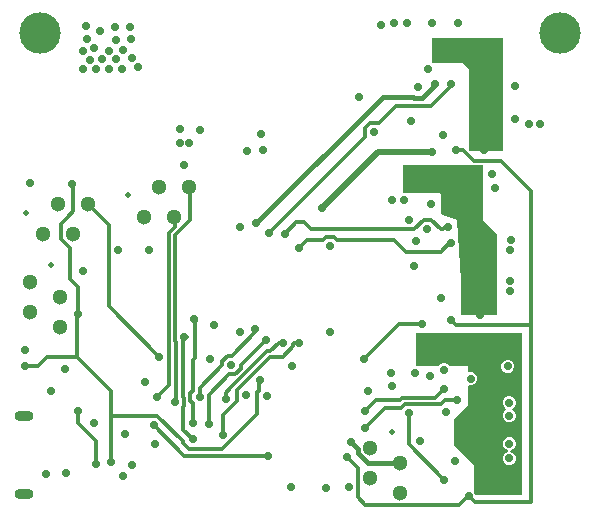
<source format=gbl>
G04*
G04 #@! TF.GenerationSoftware,Altium Limited,CircuitMaker,2.0.3 (2.0.3.51)*
G04*
G04 Layer_Physical_Order=4*
G04 Layer_Color=11436288*
%FSLAX25Y25*%
%MOIN*%
G70*
G04*
G04 #@! TF.SameCoordinates,446545F6-0083-4834-B6FB-C9FCCE3C903D*
G04*
G04*
G04 #@! TF.FilePolarity,Positive*
G04*
G01*
G75*
%ADD11C,0.01968*%
%ADD16C,0.01181*%
%ADD64C,0.01575*%
%ADD66C,0.01968*%
%ADD68C,0.05118*%
%ADD69O,0.06299X0.03543*%
%ADD70C,0.02756*%
%ADD71C,0.13780*%
G36*
X172441Y7480D02*
X156890D01*
Y7517D01*
X156560Y8313D01*
X156299Y8574D01*
Y17323D01*
X149606Y24016D01*
Y32677D01*
X154331Y37402D01*
Y43874D01*
X154746Y44152D01*
X154884Y44094D01*
X155746D01*
X156542Y44424D01*
X157151Y45033D01*
X157480Y45829D01*
Y46691D01*
X157151Y47486D01*
X156542Y48096D01*
X155746Y48425D01*
X154884D01*
X154746Y48368D01*
X154331Y48646D01*
Y50394D01*
X148311D01*
X148292Y50439D01*
X147683Y51048D01*
X146887Y51378D01*
X146026D01*
X145230Y51048D01*
X144621Y50439D01*
X144602Y50394D01*
X137255D01*
X137205Y50414D01*
X137008D01*
Y61417D01*
X172441D01*
Y7480D01*
D02*
G37*
G36*
X159449Y99213D02*
X164173Y94488D01*
Y75590D01*
Y67323D01*
X151969D01*
Y79134D01*
X150787Y99213D01*
X146063Y100787D01*
X145276Y101575D01*
Y107874D01*
X144882Y108268D01*
X132677D01*
Y117323D01*
X159449D01*
Y99213D01*
D02*
G37*
G36*
X166142Y122047D02*
X155136D01*
X154724Y122459D01*
Y149606D01*
X152756Y151575D01*
X142520D01*
Y159843D01*
X166142D01*
Y122047D01*
D02*
G37*
%LPC*%
G36*
X168147Y52559D02*
X167286D01*
X166490Y52229D01*
X165881Y51620D01*
X165551Y50824D01*
Y49963D01*
X165881Y49167D01*
X166490Y48558D01*
X167286Y48228D01*
X168147D01*
X168943Y48558D01*
X169552Y49167D01*
X169882Y49963D01*
Y50824D01*
X169552Y51620D01*
X168943Y52229D01*
X168147Y52559D01*
D02*
G37*
G36*
X168541Y40354D02*
X167680D01*
X166884Y40025D01*
X166274Y39416D01*
X165945Y38620D01*
Y37758D01*
X166274Y36962D01*
X166884Y36353D01*
X167026Y36294D01*
Y35753D01*
X166884Y35694D01*
X166274Y35085D01*
X165945Y34289D01*
Y33428D01*
X166274Y32632D01*
X166884Y32023D01*
X167680Y31693D01*
X168541D01*
X169337Y32023D01*
X169946Y32632D01*
X170276Y33428D01*
Y34289D01*
X169946Y35085D01*
X169337Y35694D01*
X169194Y35753D01*
Y36294D01*
X169337Y36353D01*
X169946Y36962D01*
X170276Y37758D01*
Y38620D01*
X169946Y39416D01*
X169337Y40025D01*
X168541Y40354D01*
D02*
G37*
G36*
X168620Y26643D02*
X167758D01*
X166962Y26313D01*
X166353Y25704D01*
X166024Y24908D01*
Y24047D01*
X166353Y23251D01*
X166962Y22642D01*
X167758Y22312D01*
X167680Y21850D01*
X166884Y21521D01*
X166274Y20912D01*
X165945Y20116D01*
Y19254D01*
X166274Y18459D01*
X166884Y17849D01*
X167680Y17520D01*
X168541D01*
X169337Y17849D01*
X169946Y18459D01*
X170276Y19254D01*
Y20116D01*
X169946Y20912D01*
X169337Y21521D01*
X168541Y21850D01*
X168620Y22312D01*
X169415Y22642D01*
X170025Y23251D01*
X170354Y24047D01*
Y24908D01*
X170025Y25704D01*
X169415Y26313D01*
X168620Y26643D01*
D02*
G37*
%LPD*%
D11*
X15354Y84016D02*
D03*
X7087Y101575D02*
D03*
X41063Y107323D02*
D03*
X128976Y28622D02*
D03*
D16*
X59842Y20472D02*
X87795D01*
X49606Y30709D02*
X59842Y20472D01*
X22835Y101969D02*
Y111024D01*
X63903Y22835D02*
X72565D01*
X63903Y22835D02*
X63903Y22835D01*
X61294Y22835D02*
X63903D01*
X59449Y24680D02*
X61294Y22835D01*
X59449Y24680D02*
Y25320D01*
X50911Y33858D02*
X59449Y25320D01*
X35433Y33858D02*
Y42126D01*
Y18504D02*
Y33858D01*
X150394Y122441D02*
X152755D01*
X156299Y118898D01*
X154331Y7087D02*
X154724Y6693D01*
X156299Y118898D02*
X165354D01*
X175591Y108661D01*
Y64173D02*
Y108661D01*
X148819Y65748D02*
X150394Y64173D01*
X175591D01*
Y5118D02*
Y64173D01*
X156693Y5118D02*
X175591D01*
X154724Y7087D02*
X156693Y5118D01*
X154724Y6693D02*
Y7087D01*
X151417Y4173D02*
X154331Y7087D01*
X120236Y4173D02*
X151417D01*
X117717Y6693D02*
X120236Y4173D01*
X117717Y6693D02*
Y8755D01*
X117805Y8843D01*
Y16447D01*
X114173Y20079D02*
X117805Y16447D01*
X120079Y29921D02*
X126772Y36614D01*
X35433Y33858D02*
X50911D01*
X55394Y100236D02*
X56693Y98937D01*
X60394Y110236D02*
X61811Y108819D01*
X59449Y40281D02*
Y59055D01*
Y40281D02*
X59842Y39887D01*
Y37278D02*
Y39887D01*
X59449Y36884D02*
X59842Y37278D01*
X59449Y29134D02*
Y36884D01*
X56693Y38583D02*
X57087Y38976D01*
X63386Y64961D02*
X63779Y65354D01*
X59449Y29134D02*
X62598Y25984D01*
X59449Y59055D02*
X60630Y60236D01*
X72565Y22835D02*
X84252Y34522D01*
X148819Y143701D02*
Y144488D01*
X142126Y137008D02*
X148819Y143701D01*
X100787Y92520D02*
X106097D01*
X98032Y89764D02*
X100787Y92520D01*
X110596D02*
X129798D01*
X109651Y93465D02*
X110596Y92520D01*
X107042Y93465D02*
X109651D01*
X106097Y92520D02*
X107042Y93465D01*
X129798Y92520D02*
X133735Y88583D01*
X99730Y98425D02*
X102092Y96063D01*
X97121Y98425D02*
X99730D01*
X145276Y88583D02*
X148032Y91338D01*
X133735Y88583D02*
X145276D01*
X61811Y41462D02*
X62598Y42250D01*
X61811Y38853D02*
Y41462D01*
Y38853D02*
X62598Y38065D01*
Y31496D02*
Y38065D01*
Y31496D02*
X62598Y31496D01*
X62992Y66142D02*
X63779Y65354D01*
X63386Y53150D02*
Y64961D01*
X62598Y52362D02*
X63386Y53150D01*
X74286Y53937D02*
X75714D01*
X72441Y52092D02*
X74286Y53937D01*
X72441Y50664D02*
Y52092D01*
X64961Y43183D02*
X72441Y50664D01*
X64961Y40157D02*
Y43183D01*
X87553Y55512D02*
X88583D01*
X75376Y43335D02*
X87553Y55512D01*
X75714Y53937D02*
X83465Y61687D01*
Y62750D01*
X78740Y50787D02*
X87008Y59055D01*
X88583Y55512D02*
X91339Y58268D01*
X78740Y49483D02*
Y50787D01*
X88368Y53543D02*
X92643D01*
X77345Y42520D02*
X88368Y53543D01*
X92643D02*
X96063Y56963D01*
X91339Y58268D02*
X92913D01*
X96063Y57750D02*
X96383Y58071D01*
X96063Y56963D02*
Y57750D01*
X96383Y58071D02*
X98228D01*
X84252Y34522D02*
Y41856D01*
X72835Y34128D02*
X77345Y38638D01*
Y42520D01*
X73622Y41581D02*
X75225Y43183D01*
X73622Y39370D02*
Y41581D01*
X76895Y47638D02*
X78740Y49483D01*
X74803Y47638D02*
X76895D01*
X34646Y70472D02*
X51575Y53543D01*
X34646Y70472D02*
Y97441D01*
X50787Y40157D02*
X54724Y44094D01*
X59842Y60236D02*
X60630D01*
X54724Y94910D02*
X56693Y96878D01*
Y94095D02*
X61811Y99213D01*
X56693Y58932D02*
Y94095D01*
X54724Y44094D02*
Y94910D01*
X56693Y58932D02*
X57087Y58538D01*
Y38976D02*
Y58538D01*
X62598Y42250D02*
Y52362D01*
X124668Y131361D02*
X130315Y137008D01*
X124533Y131496D02*
X124668Y131361D01*
X121924Y131496D02*
X124533D01*
X120079Y129651D02*
X121924Y131496D01*
X120079Y127042D02*
Y129651D01*
Y127042D02*
X120214Y126907D01*
X88189Y94882D02*
X120214Y126907D01*
X130315Y137008D02*
X142126D01*
X93307Y94612D02*
X97121Y98425D01*
X93307Y94488D02*
Y94612D01*
X18661Y97795D02*
X20968Y100101D01*
X18661Y92756D02*
Y97795D01*
X20968Y100101D02*
X22835Y101969D01*
X27598Y104488D02*
X34646Y97441D01*
X72835Y27559D02*
Y34128D01*
X146727Y38976D02*
X150787D01*
X145546Y37795D02*
X146727Y38976D01*
X131738D02*
X132526Y39764D01*
X123622Y38976D02*
X131738D01*
X120079Y35433D02*
X123622Y38976D01*
X133341Y37795D02*
X145546D01*
X143299Y39764D02*
X146446Y42910D01*
X24213Y53347D02*
X35433Y42126D01*
X24016Y53347D02*
Y67323D01*
Y53347D02*
X24213D01*
X13976D02*
X24016D01*
X11024Y50394D02*
X13976Y53347D01*
X84646Y42250D02*
Y44882D01*
X84252Y41856D02*
X84646Y42250D01*
X148032Y91338D02*
X148819D01*
X142226Y99132D02*
X145294Y96063D01*
X136547D02*
X139616Y99132D01*
X102092Y96063D02*
X136547D01*
X145294D02*
X146063D01*
X139616Y99132D02*
X142226D01*
X146063Y96063D02*
X146851Y96850D01*
X132526Y39764D02*
X143299D01*
X6693Y50394D02*
X11024D01*
X68110Y40945D02*
X74803Y47638D01*
X68110Y31102D02*
Y40945D01*
X24016Y67323D02*
X24409Y67716D01*
X61811Y99213D02*
Y108819D01*
X56693Y96878D02*
Y98937D01*
X18661Y92756D02*
X21654Y89764D01*
X146851Y96850D02*
X147637D01*
X131496Y64567D02*
X138976D01*
X119685Y52756D02*
X131496Y64567D01*
X132160Y36614D02*
X133341Y37795D01*
X126772Y36614D02*
X132160D01*
X134646Y24409D02*
Y34646D01*
Y24409D02*
X146457Y12598D01*
X30315Y17717D02*
Y25591D01*
X24532Y31373D02*
X30315Y25591D01*
X24532Y31373D02*
Y35433D01*
X22441Y111024D02*
X22835D01*
X21654Y79528D02*
Y89764D01*
Y79528D02*
X24409Y76772D01*
Y67716D02*
Y76772D01*
X68110Y31102D02*
X68110Y31102D01*
D64*
X121044Y18110D02*
X131890D01*
X117756Y21398D02*
X121044Y18110D01*
X115354Y25197D02*
X117756Y22795D01*
X143307Y144086D02*
Y144488D01*
X117756Y21398D02*
Y22795D01*
X83858Y98031D02*
X125984Y140157D01*
X139181Y139961D02*
X143307Y144086D01*
X136409Y139961D02*
X139181D01*
X136212Y140157D02*
X136409Y139961D01*
X125984Y140157D02*
X136212D01*
D66*
X124409Y121653D02*
X142520D01*
X105905Y103150D02*
X124409Y121653D01*
D68*
X8268Y78504D02*
D03*
X18268Y63504D02*
D03*
X8268Y68504D02*
D03*
X18268Y73504D02*
D03*
X17598Y104488D02*
D03*
X22598Y94488D02*
D03*
X27598Y104488D02*
D03*
X12598Y94488D02*
D03*
X51575Y110236D02*
D03*
X56575Y100236D02*
D03*
X61575Y110236D02*
D03*
X46575Y100236D02*
D03*
X131890Y18110D02*
D03*
X121890Y13110D02*
D03*
X131890Y8110D02*
D03*
X121890Y23110D02*
D03*
D69*
X6299Y7874D02*
D03*
Y33858D02*
D03*
D70*
X62992Y66142D02*
D03*
X48031Y88976D02*
D03*
X59842Y60236D02*
D03*
X37795Y88976D02*
D03*
X44488Y150000D02*
D03*
X41732Y163386D02*
D03*
X36614D02*
D03*
X27165Y163779D02*
D03*
X150394Y122441D02*
D03*
X163588Y109875D02*
D03*
X174803Y131102D02*
D03*
X148819Y65748D02*
D03*
X154724Y7087D02*
D03*
X120079Y29921D02*
D03*
X115354Y25197D02*
D03*
X114173Y20079D02*
D03*
X49606Y30709D02*
D03*
X56693Y38583D02*
D03*
X87795Y20472D02*
D03*
X50000Y24409D02*
D03*
X62598Y25984D02*
D03*
X141002Y149421D02*
D03*
X143307Y144488D02*
D03*
X148819Y144488D02*
D03*
X98032Y89764D02*
D03*
X83465Y62750D02*
D03*
X87008Y59055D02*
D03*
X78347Y61811D02*
D03*
X92913Y58268D02*
D03*
X98228Y58071D02*
D03*
X83858Y98031D02*
D03*
X51575Y53543D02*
D03*
X93307Y94488D02*
D03*
X129134Y43701D02*
D03*
X50787Y40157D02*
D03*
X64961D02*
D03*
X72835Y27559D02*
D03*
X121260Y42126D02*
D03*
X95669Y50394D02*
D03*
X148819Y91338D02*
D03*
X155511Y86220D02*
D03*
X123228Y128347D02*
D03*
X135433Y132283D02*
D03*
X137795Y143307D02*
D03*
X118110Y140157D02*
D03*
X136987Y92224D02*
D03*
X140921Y95982D02*
D03*
X6693Y55905D02*
D03*
X87402Y40551D02*
D03*
X80561Y40699D02*
D03*
X86221Y122441D02*
D03*
X114655Y10148D02*
D03*
X107087Y9665D02*
D03*
X125591Y164173D02*
D03*
X129921Y164961D02*
D03*
X31890Y162205D02*
D03*
X151181Y164961D02*
D03*
X142520D02*
D03*
X134252D02*
D03*
X69685Y64173D02*
D03*
X59646Y117323D02*
D03*
X80708Y122047D02*
D03*
X85384Y127953D02*
D03*
X30315Y17717D02*
D03*
X20017Y49545D02*
D03*
X84949Y45669D02*
D03*
X75590Y50787D02*
D03*
X73622Y39370D02*
D03*
X40157Y27953D02*
D03*
X78347Y96653D02*
D03*
X108268Y61811D02*
D03*
X95276Y10236D02*
D03*
X68504Y52756D02*
D03*
X46654Y45079D02*
D03*
X39370Y13780D02*
D03*
X20472Y14665D02*
D03*
X13780Y14567D02*
D03*
X136516Y83957D02*
D03*
X141732Y47244D02*
D03*
X146457Y49213D02*
D03*
X147244Y35039D02*
D03*
X133071Y105905D02*
D03*
X150000Y18898D02*
D03*
X145276Y73228D02*
D03*
X108346Y90315D02*
D03*
X129134Y105905D02*
D03*
X134646Y99213D02*
D03*
X146063Y127559D02*
D03*
X155315Y46260D02*
D03*
X170079Y143701D02*
D03*
X169986Y132877D02*
D03*
X178347Y131102D02*
D03*
X162430Y114628D02*
D03*
X142126Y104331D02*
D03*
X168504Y78740D02*
D03*
Y75590D02*
D03*
Y88976D02*
D03*
X168898Y92520D02*
D03*
X167717Y50394D02*
D03*
X168110Y38189D02*
D03*
Y33858D02*
D03*
X168189Y24478D02*
D03*
X168110Y19685D02*
D03*
X136774Y48249D02*
D03*
X128740Y48031D02*
D03*
X138583Y25591D02*
D03*
X8268Y111417D02*
D03*
X25984Y82284D02*
D03*
X42520Y17323D02*
D03*
X29921Y31496D02*
D03*
X15354Y42126D02*
D03*
X146063Y157874D02*
D03*
X151181D02*
D03*
X154724Y157480D02*
D03*
X159449Y157087D02*
D03*
X158661Y12205D02*
D03*
X159842Y122441D02*
D03*
X64961Y129134D02*
D03*
X58268Y124803D02*
D03*
Y129528D02*
D03*
X61417Y124803D02*
D03*
X27559Y159449D02*
D03*
X37008Y159055D02*
D03*
X42126Y159449D02*
D03*
X29921Y156299D02*
D03*
X42520Y153150D02*
D03*
X25984Y149606D02*
D03*
X148819Y103543D02*
D03*
X147637Y96850D02*
D03*
X158268Y67323D02*
D03*
X38976Y149606D02*
D03*
X30315D02*
D03*
X34646D02*
D03*
X39370Y155905D02*
D03*
X37008Y152756D02*
D03*
X32283D02*
D03*
X34646Y155512D02*
D03*
X25984D02*
D03*
X28346Y152362D02*
D03*
X157480Y136614D02*
D03*
X157480Y140551D02*
D03*
X105905Y103150D02*
D03*
X142520Y121653D02*
D03*
X150000Y112205D02*
D03*
X142913Y113779D02*
D03*
X134646Y114173D02*
D03*
X138976Y64567D02*
D03*
X119685Y52756D02*
D03*
X155512Y82284D02*
D03*
X146446Y42910D02*
D03*
X150787Y38976D02*
D03*
X134646Y34646D02*
D03*
X140157Y54331D02*
D03*
Y58268D02*
D03*
X156496Y55905D02*
D03*
X157087Y59842D02*
D03*
X155709Y30709D02*
D03*
X155511Y26772D02*
D03*
X146457Y12598D02*
D03*
X120079Y35433D02*
D03*
X88189Y94882D02*
D03*
X24532Y35433D02*
D03*
X24409Y67716D02*
D03*
X22441Y111024D02*
D03*
X68110Y31102D02*
D03*
X62598Y31496D02*
D03*
X35433Y18504D02*
D03*
X6693Y50394D02*
D03*
D71*
X185039Y161417D02*
D03*
X11811D02*
D03*
M02*

</source>
